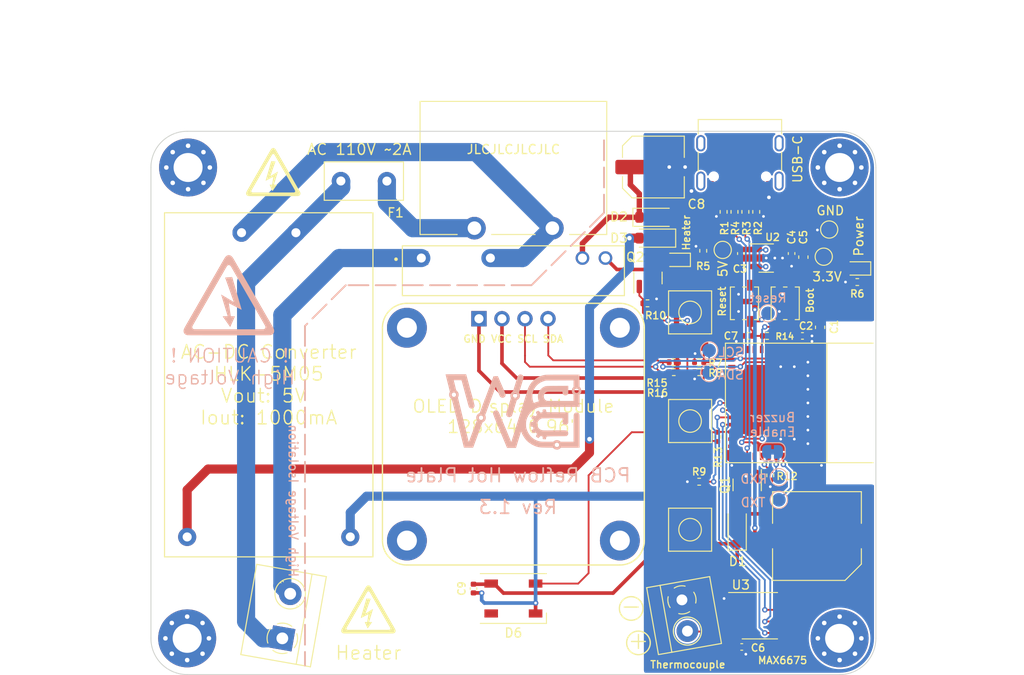
<source format=kicad_pcb>
(kicad_pcb (version 20221018) (generator pcbnew)
  (title_block (title "PCB Reflow Hot Plate") (date "2023-06-03") (rev "1.3"))
  (layers (0 "F.Cu" signal) (31 "B.Cu" signal) (34 "B.Paste" user) (35 "F.Paste" user) (36 "B.SilkS" user "B.Silkscreen") (37 "F.SilkS" user "F.Silkscreen") (38 "B.Mask" user) (39 "F.Mask" user) (44 "Edge.Cuts" user))
  (net 0 "")
  (net 1 "GND")
  (net 2 "+3V3")
  (net 3 "Net-(BZ1-+)")
  (net 4 "+5V")
  (net 5 "VBUS")
  (net 6 "Net-(D3-A)")
  (net 7 "Net-(D4-K)")
  (net 8 "SCL")
  (net 9 "SDA")
  (net 10 "Net-(D5-K)")
  (net 11 "Net-(J1-D+-PadA6)")
  (net 12 "Net-(J1-D--PadA7)")
  (net 14 "/CC1")
  (net 17 "/CC2")
  (net 18 "AC_N")
  (net 19 "BUZZER")
  (net 20 "SSR")
  (net 21 "D+")
  (net 22 "D-")
  (net 24 "CLK")
  (net 25 "CS_MAX1")
  (net 26 "MISO")
  (net 28 "AC_L")
  (net 29 "Net-(J5-Pin_2)")
  (net 30 "Net-(J4-Pin_2)")
  (net 45 "BTN_1")
  (net 46 "BTN_2")
  (net 47 "BTN_3")
  (net 48 "Net-(U5-GPIO9)")
  (net 49 "/RST")
  (net 50 "/RXD")
  (net 51 "/TXD")
  (net 52 "Net-(K1--)")
  (net 53 "Net-(J2-Pin_2)")
  (net 54 "LED")
  (footprint "Capacitor_SMD:C_0402_1005Metric" (layer "F.Cu") (at 132.6 100.5 -90)
    (fp_text reference "C9")
    (fp_text value "100n")
  )
  (footprint "MountingHole:MountingHole_2.2mm_M2_Pad" (layer "F.Cu") (at 125.25 95.2)
    (fp_text reference "H6" hide)
    (fp_text value "MountingHole" hide)
  )
  (footprint "Fuse:Fuse_Littelfuse_395Series" (layer "F.Cu") (at 123.04 55.5 180)
    (fp_text reference "F1")
    (fp_text value "Fuse")
  )
  (footprint "Capacitor_SMD:C_0603_1608Metric" (layer "F.Cu") (at 170.85 71.65 -90)
    (fp_text reference "C1")
    (fp_text value "10u")
  )
  (footprint "Resistor_SMD:R_0402_1005Metric" (layer "F.Cu") (at 157.5 76.6)
    (fp_text reference "R8")
    (fp_text value "10k")
  )
  (footprint "pcb-reflow-hot-plate:CONV_HLK-5M05" (layer "F.Cu") (at 110 78 -90)
    (fp_text reference "PS1" hide)
    (fp_text value "HLK-5M05")
  )
  (footprint "pcb-reflow-hot-plate:TL3305AF260QG" (layer "F.Cu") (at 156.5 82 -90)
    (fp_text reference "SW3")
    (fp_text value "~" hide)
  )
  (footprint "Capacitor_SMD:C_0402_1005Metric" (layer "F.Cu") (at 162.9 72.6 180)
    (fp_text reference "C7")
    (fp_text value "1u")
  )
  (footprint "Resistor_SMD:R_0402_1005Metric" (layer "F.Cu") (at 163.8 58.9 -90)
    (fp_text reference "R2")
    (fp_text value "5k1")
  )
  (footprint "Espressif:ESP32-C3-MINI-1" (layer "F.Cu") (at 168.7 80 -90)
    (fp_text reference "U5" hide)
    (fp_text value "ESP32-C3-MINI-1")
  )
  (footprint "pcb-reflow-hot-plate:CMI-9653S-SMT-TR" (layer "F.Cu") (at 170.5 94.7 90)
    (fp_text reference "BZ1" hide)
    (fp_text value "Buzzer")
  )
  (footprint "Resistor_SMD:R_0402_1005Metric" (layer "F.Cu") (at 174.95 66.65 180)
    (fp_text reference "R6")
    (fp_text value "1k")
  )
  (footprint "pcb-reflow-hot-plate:TL3305AF260QG" (layer "F.Cu") (at 156.5 94 -90)
    (fp_text reference "SW4")
    (fp_text value "~" hide)
  )
  (footprint "Resistor_SMD:R_0402_1005Metric" (layer "F.Cu") (at 157.5 75.5)
    (fp_text reference "R7")
    (fp_text value "10k")
  )
  (footprint "Capacitor_SMD:C_0603_1608Metric" (layer "F.Cu") (at 169 63.9 -90)
    (fp_text reference "C5")
    (fp_text value "10u")
  )
  (footprint "MountingHole:MountingHole_3.2mm_M3_Pad_Via" (layer "F.Cu") (at 101 106)
    (fp_text reference "H3" hide)
    (fp_text value "MountingHole" hide)
  )
  (footprint "TestPoint:TestPoint_Pad_D1.5mm" (layer "F.Cu") (at 171.85 60.85)
    (fp_text reference "TP3" hide)
    (fp_text value "GND")
  )
  (footprint "Diode_SMD:D_SOD-123" (layer "F.Cu") (at 161.7 93.9 90)
    (fp_text reference "D1")
    (fp_text value "1N4148")
  )
  (footprint "pcb-reflow-hot-plate:RELAY_G3MB202PDC12" (layer "F.Cu") (at 137 65.4)
    (fp_text reference "K1" hide)
    (fp_text value "G3MB202PDC12")
  )
  (footprint "pcb-reflow-hot-plate:GT-TC034F-H018-L1" (layer "F.Cu") (at 162.5 69 90)
    (fp_text reference "SW5" hide)
    (fp_text value "Reset")
  )
  (footprint "Capacitor_SMD:C_0402_1005Metric" (layer "F.Cu") (at 162.1 63.5 -90)
    (fp_text reference "C3")
    (fp_text value "1u")
  )
  (footprint "MountingHole:MountingHole_3.2mm_M3_Pad_Via" (layer "F.Cu") (at 173 54)
    (fp_text reference "H1" hide)
    (fp_text value "MountingHole" hide)
  )
  (footprint "LED_SMD:LED_0603_1608Metric" (layer "F.Cu") (at 174.95 65.15 180)
    (fp_text reference "D4" hide)
    (fp_text value "LED")
  )
  (footprint "pcb-reflow-hot-plate:GT-TC034F-H018-L1" (layer "F.Cu") (at 167 69 -90)
    (fp_text reference "SW1" hide)
    (fp_text value "Boot")
  )
  (footprint "LED_SMD:LED_WS2812B_PLCC4_5.0x5.0mm_P3.2mm" (layer "F.Cu") (at 137 101.6)
    (fp_text reference "D6")
    (fp_text value "WS2812B")
  )
  (footprint "TestPoint:TestPoint_Pad_D1.5mm" (layer "F.Cu") (at 171.25 63.85)
    (fp_text reference "TP2" hide)
    (fp_text value "3.3V")
  )
  (footprint "Capacitor_SMD:C_0402_1005Metric" (layer "F.Cu") (at 162.2 106.95)
    (fp_text reference "C6")
    (fp_text value "100n")
  )
  (footprint "MountingHole:MountingHole_2.2mm_M2_Pad" (layer "F.Cu") (at 148.75 71.7)
    (fp_text reference "H5" hide)
    (fp_text value "MountingHole" hide)
  )
  (footprint "Resistor_SMD:R_0402_1005Metric" (layer "F.Cu") (at 160.2 58.9 -90)
    (fp_text reference "R1")
    (fp_text value "5k1")
  )
  (footprint "Package_TO_SOT_SMD:SOT-23" (layer "F.Cu") (at 151.85 66.2 90)
    (fp_text reference "Q2")
    (fp_text value "BSS138")
  )
  (footprint "TerminalBlock_RND:TerminalBlock_RND_205-00001_1x02_P5.00mm_Horizontal" (layer "F.Cu") (at 111.5 106 80)
    (fp_text reference "J4" hide)
    (fp_text value "Heater")
  )
  (footprint "pcb-reflow-hot-plate:TL3305AF260QG" (layer "F.Cu") (at 156.5 70 -90)
    (fp_text reference "SW2")
    (fp_text value "~" hide)
  )
  (footprint "Resistor_SMD:R_0402_1005Metric" (layer "F.Cu") (at 157.5 88.7)
    (fp_text reference "R9")
    (fp_text value "10k")
  )
  (footprint "Resistor_SMD:R_0402_1005Metric" (layer "F.Cu") (at 154.7 76.6 180)
    (fp_text reference "R16")
    (fp_text value "10k")
  )
  (footprint "Package_TO_SOT_SMD:SOT-23-5" (layer "F.Cu") (at 164.9 64)
    (fp_text reference "U2")
    (fp_text value "ME6211C33M5G-N")
  )
  (footprint "Capacitor_SMD:C_0402_1005Metric" (layer "F.Cu") (at 167.7 63.5 -90)
    (fp_text reference "C4")
    (fp_text value "1u")
  )
  (footprint "LOGO" (layer "F.Cu") (at 121 102.8)
    (fp_text reference "G***" hide)
    (fp_text value "LOGO" hide)
  )
  (footprint "MountingHole:MountingHole_3.2mm_M3_Pad_Via" (layer "F.Cu") (at 101.1 54)
    (fp_text reference "H2" hide)
    (fp_text value "MountingHole" hide)
  )
  (footprint "Package_SO:SOIC-8_3.9x4.9mm_P1.27mm" (layer "F.Cu") (at 164.2 103.5)
    (fp_text reference "U3")
    (fp_text value "MAX6675")
  )
  (footprint "Connector_PinHeader_2.54mm:PinHeader_1x04_P2.54mm_Vertical" (layer "F.Cu") (at 133.2 70.7 90)
    (fp_text reference "J3" hide)
    (fp_text value "OLED Display")
  )
  (footprint "Resistor_SMD:R_0402_1005Metric" (layer "F.Cu") (at 161.4 58.9 -90)
    (fp_text reference "R4")
    (fp_text value "10R")
  )
  (footprint "Resistor_SMD:R_0402_1005Metric" (layer "F.Cu") (at 165 72.6 180)
    (fp_text reference "R14")
    (fp_text value "10k")
  )
  (footprint "Diode_SMD:D_SOD-123" (layer "F.Cu") (at 152.55 61.8 180)
    (fp_text reference "D3")
    (fp_text value "MBR0540")
  )
  (footprint "MountingHole:MountingHole_2.2mm_M2_Pad" (layer "F.Cu") (at 125.25 71.7)
    (fp_text reference "H8" hide)
    (fp_text value "MountingHole" hide)
  )
  (footprint "pcb-reflow-hot-plate:Conn_USB-C_Receptacle_16Pin_Horizontal" (layer "F.Cu") (at 162 52.5 180)
    (fp_text reference "J1" hide)
    (fp_text value "USB-C")
  )
  (footprint "Resistor_SMD:R_0402_1005Metric" (layer "F.Cu") (at 154.7 75.5 180)
    (fp_text reference "R15")
    (fp_text value "10k")
  )
  (footprint "Capacitor_SMD:C_0402_1005Metric" (layer "F.Cu") (at 168.9 72.6)
    (fp_text reference "C2")
    (fp_text value "100n")
  )
  (footprint "Resistor_SMD:R_0402_1005Metric" (layer "F.Cu") (at 157.95 63.2 -90)
    (fp_text reference "R5")
    (fp_text value "1k")
  )
  (footprint "MountingHole:MountingHole_3.2mm_M3_Pad_Via" (layer "F.Cu") (at 173 106)
    (fp_text reference "H4" hide)
    (fp_text value "MountingHole" hide)
  )
  (footprint "Resistor_SMD:R_0402_1005Metric" (layer "F.Cu") (at 162.6 58.9 -90)
    (fp_text reference "R3")
    (fp_text value "10R")
  )
  (footprint "MountingHole:MountingHole_2.2mm_M2_Pad" (layer "F.Cu") (at 148.75 95.2)
    (fp_text reference "H7" hide)
    (fp_text value "MountingHole" hide)
  )
  (footprint "Resistor_SMD:R_0402_1005Metric" (layer "F.Cu") (at 151.8 69 180)
    (fp_text reference "R10")
    (fp_text value "10k")
  )
  (footprint "pcb-reflow-hot-plate:Conn_IEC-C1_AC_Receptacle_2-Pin" (layer "F.Cu") (at 137 56.5 180)
    (fp_text reference "J2" hide)
    (fp_text value "AC In")
  )
  (footprint "Diode_SMD:D_SOD-123" (layer "F.Cu") (at 152.55 59.5)
    (fp_text reference "D2")
    (fp_text value "MBR0540")
  )
  (footprint "LED_SMD:LED_0603_1608Metric" (layer "F.Cu") (at 155.05 64.2 180)
    (fp_text reference "D5" hide)
    (fp_text value "Relay LED")
  )
  (footprint "Resistor_SMD:R_0402_1005Metric" (layer "F.Cu") (at 159.5 83.75 90)
    (fp_text reference "R13")
    (fp_text value "10k")
  )
  (footprint "LOGO" (layer "F.Cu") (at 110.5 54.5)
    (fp_text reference "G***" hide)
    (fp_text value "LOGO" hide)
  )
  (footprint "Capacitor_SMD:C_Elec_6.3x5.8" (layer "F.Cu") (at 152.45 53.95)
    (fp_text reference "C8")
    (fp_text value "220u")
  )
  (footprint "Package_TO_SOT_SMD:SOT-23" (layer "F.Cu") (at 162.8 89.05 -90)
    (fp_text reference "Q1")
    (fp_text value "BSS138")
  )
  (footprint "Resistor_SMD:R_0402_1005Metric" (layer "F.Cu") (at 165.35 88 90)
    (fp_text reference "R12")
    (fp_text value "10k")
  )
  (footprint "TestPoint:TestPoint_Pad_D1.5mm" (layer "F.Cu") (at 160.1 63.1)
    (fp_text reference "TP1" hide)
    (fp_text value "5V")
  )
  (footprint "TerminalBlock_4Ucon:TerminalBlock_4Ucon_1x02_P3.50mm_Horizontal" (layer "F.Cu") (at 155.6 101.75 -80)
    (fp_text reference "J5" hide)
    (fp_text value "Thermocouple")
  )
  (footprint "Jumper:SolderJumper-2_P1.3mm_Bridged_RoundedPad1.0x1.5mm" (layer "B.Cu") (at 165.6 85.4 180)
    (fp_text reference "JP1" hide)
    (fp_text value "Buzzer Enable")
  )
  (footprint "LOGO" (layer "B.Cu") (at 105.6 68.1 180)
    (fp_text reference "G***" hide)
    (fp_text value "LOGO" hide)
  )
  (footprint "TestPoint:TestPoint_Pad_D1.5mm" (layer "B.Cu") (at 166.3 90.7 180)
    (fp_text reference "TP4" hide)
    (fp_text value "TXD")
  )
  (footprint "TestPoint:TestPoint_Pad_D1.5mm" (layer "B.Cu") (at 166.3 88.2 180)
    (fp_text reference "TP5" hide)
    (fp_text value "RXD")
  )
  (footprint "LOGO" (layer "B.Cu") (at 137 81 180)
    (fp_text reference "G***" hide)
    (fp_text value "LOGO" hide)
  )
  (footprint "TestPoint:TestPoint_Pad_D1.5mm" (layer "B.Cu") (at 158.6 76.7 180)
    (fp_text reference "TP6" hide)
    (fp_text value "SDA")
  )
  (footprint "TestPoint:TestPoint_Pad_D1.5mm" (layer "B.Cu") (at 165.1 70.1 180)
    (fp_text reference "TP8" hide)
    (fp_text value "RST")
  )
  (footprint "TestPoint:TestPoint_Pad_D1.5mm" (layer "B.Cu") (at 158.6 74.2 180)
    (fp_text reference "TP7" hide)
    (fp_text value "SCL")
  )
  (gr_line (start 139 67) (end 118.5 67) (stroke (width 0.2) (type dash)) (layer "B.SilkS"))
  (gr_line (start 147 59) (end 139 67) (stroke (width 0.2) (type dash)) (layer "B.SilkS"))
  (gr_line (start 114 71.5) (end 114 109) (stroke (width 0.2) (type dash)) (layer "B.SilkS"))
  (gr_line (start 118.5 67) (end 114 71.5) (stroke (width 0.2) (type dash)) (layer "B.SilkS"))
  (gr_line (start 147 51) (end 147 59) (stroke (width 0.2) (type dash)) (layer "B.SilkS"))
  (gr_line (start 122.55 95.2) (end 122.55 71.7) (stroke (width 0.15)) (layer "F.SilkS"))
  (gr_line (start 148.75 97.9) (end 125.25 97.9) (stroke (width 0.15)) (layer "F.SilkS"))
  (gr_arc (start 148.75 69) (mid 150.659188 69.790812) (end 151.45 71.7) (stroke (width 0.15)) (layer "F.SilkS"))
  (gr_line (start 151.45 71.7) (end 151.45 95.2) (stroke (width 0.15)) (layer "F.SilkS"))
  (gr_circle (center 150 102.7) (end 151.3 102.8) (stroke (width 0.15)) (fill none) (layer "F.SilkS"))
  (gr_arc (start 122.55 71.7) (mid 123.340812 69.790812) (end 125.25 69) (stroke (width 0.15)) (layer "F.SilkS"))
  (gr_circle (center 150.8 106.5) (end 152.1 106.6) (stroke (width 0.15)) (fill none) (layer "F.SilkS"))
  (gr_line (start 125.25 69) (end 148.75 69) (stroke (width 0.15)) (layer "F.SilkS"))
  (gr_arc (start 151.45 95.2) (mid 150.659188 97.109188) (end 148.75 97.9) (stroke (width 0.15)) (layer "F.SilkS"))
  (gr_arc (start 125.25 97.9) (mid 123.340812 97.109188) (end 122.55 95.2) (stroke (width 0.15)) (layer "F.SilkS"))
  (gr_arc (start 173 50) (mid 175.828427 51.171573) (end 177 54) (stroke (width 0.1)) (layer "Edge.Cuts"))
  (gr_line (start 177 106) (end 177 54) (stroke (width 0.1)) (layer "Edge.Cuts"))
  (gr_arc (start 101 110) (mid 98.171573 108.828427) (end 97 106) (stroke (width 0.1)) (layer "Edge.Cuts"))
  (gr_arc (start 177 106) (mid 175.828427 108.828427) (end 173 110) (stroke (width 0.1)) (layer "Edge.Cuts"))
  (gr_line (start 97 54) (end 97 106) (stroke (width 0.1)) (layer "Edge.Cuts"))
  (gr_arc (start 97 54) (mid 98.171573 51.171573) (end 101 50) (stroke (width 0.1)) (layer "Edge.Cuts"))
  (gr_line (start 101 110) (end 173 110) (stroke (width 0.1)) (layer "Edge.Cuts"))
  (gr_line (start 173 50) (end 101 50) (stroke (width 0.1)) (layer "Edge.Cuts"))
  (gr_text "Buzzer\nEnable" (at 165.6 83.8) (layer "B.SilkS") (effects (font (size 1 1)) (justify bottom mirror)))
  (gr_text "SDA" (at 162.5 76.9) (layer "B.SilkS") (effects (font (size 1 1)) (justify left mirror)))
  (gr_text "High Voltage Isolation" (at 112.7 90.8 -90) (layer "B.SilkS") (effects (font (size 1 1)) (justify mirror)))
  (gr_text "Rev 1.3" (at 137.5 91.5) (layer "B.SilkS") (effects (font (size 1.5 1.5) (thickness 0.2)) (justify mirror)))
  (gr_text "Reset" (at 165.1 68.4) (layer "B.SilkS") (effects (font (size 1 1)) (justify mirror)))
  (gr_text "TXD" (at 164.9 91) (layer "B.SilkS") (effects (font (size 1 1)) (justify left mirror)))
  (gr_text "PCB Reflow Hot Plate" (at 137.5 88) (layer "B.SilkS") (effects (font (size 1.5 1.5) (thickness 0.2)) (justify mirror)))
  (gr_text "SCL" (at 162.5 74.4) (layer "B.SilkS") (effects (font (size 1 1)) (justify left mirror)))
  (gr_text "RXD" (at 165.1 88.4) (layer "B.SilkS") (effects (font (size 1 1)) (justify left mirror)))
  (gr_text "! CAUTION !\nHigh Voltage" (at 105.7 76) (layer "B.SilkS") (effects (font (size 1.5 1.5)) (justify mirror)))
  (gr_text "GND VCC SCL SDA" (at 137 73.4) (layer "F.SilkS") (effects (font (size 0.8 0.8)) (justify bottom)))
  (gr_text "MAX6675" (at 163.9 108.9) (layer "F.SilkS") (effects (font (size 0.8 0.8)) (justify left bottom)))
  (gr_text "OLED Display Module\n128x64 0.96{dblquote}" (at 137 81.5) (layer "F.SilkS") (effects (font (size 1.4 1.4))))
  (gr_text "AC 110V ~2A" (at 120 52) (layer "F.SilkS") (effects (font (size 1.2 1.2))))
  (gr_text "USB-C" (at 168.95 55.8 90) (layer "F.SilkS") (effects (font (size 1 1)) (justify left bottom)))
  (gr_text "5V" (at 160.7 66.2 90) (layer "F.SilkS") (effects (font (size 1 1)) (justify left bottom)))
  (gr_text "JLCJLCJLCJLC" (at 137 52) (layer "F.SilkS") (effects (font (size 1 1))))
  (gr_text "3.3V" (at 169.9 66.65) (layer "F.SilkS") (effects (font (size 1 1)) (justify left bottom)))
  (gr_text "Power" (at 175.7 63.9 90) (layer "F.SilkS") (effects (font (size 1 1)) (justify left bottom)))
  (gr_text "+" (at 150.8 106.5 180) (layer "F.SilkS") (effects (font (size 2 2))))
  (gr_text "Thermocouple" (at 156.25 108.9) (layer "F.SilkS") (effects (font (size 0.8 0.8))))
  (gr_text "Heater" (at 121 107.6) (layer "F.SilkS") (effects (font (size 1.5 1.5))))
  (gr_text "GND" (at 170.35 59.35) (layer "F.SilkS") (effects (font (size 1 1)) (justify left bottom)))
  (gr_text "Reset" (at 160.5 68.8 90) (layer "F.SilkS") (effects (font (size 0.8 0.8)) (justify bottom)))
  (gr_text "Boot" (at 170.2 68.7 90) (layer "F.SilkS") (effects (font (size 0.8 0.8)) (justify bottom)))
  (gr_text "-" (at 150 102.7 180) (layer "F.SilkS") (effects (font (size 2 2))))
  (gr_text "AC-DC Converter\nHLK-5M05\nVout: 5V \nIout: 1000mA" (at 110 78) (layer "F.SilkS") (effects (font (size 1.5 1.5))))
  (gr_text "Heater" (at 156.55 61.2 90) (layer "F.SilkS") (effects (font (size 0.8 0.8)) (justify bottom)))
  (segment (start 162 73.6) (end 162 74.1) (width 0.4) (layer "F.Cu") (net 1))
  (segment (start 166.35 67) (end 166.35 67.65) (width 0.2) (layer "F.Cu") (net 1))
  (segment (start 132.6 100.98) (end 133.48 100.98) (width 0.4) (layer "F.Cu") (net 1))
  (segment (start 139.45 103.25) (end 139.45 102.1) (width 0.4) (layer "F.Cu") (net 1))
  (segment (start 165.35 88.51) (end 165.35 89.25) (width 0.2) (layer "F.Cu") (net 1))
  (segment (start 161.05 85.95) (end 161.1 86) (width 0.4) (layer "F.Cu") (net 1))
  (segment (start 174.44 66.65) (end 173.65 66.65) (width 0.2) (layer "F.Cu") (net 1))
  (segment (start 171.8 60.9) (end 170.55 60.9) (width 0.4) (layer "F.Cu") (net 1))
  (segment (start 157.16 62.69) (end 157.15 62.7) (width 0.2) (layer "F.Cu") (net 1))
  (segment (start 157.2 57.15) (end 156.65 56.6) (width 0.6) (layer "F.Cu") (net 1))
  (segment (start 166.35 67.65) (end 166.7 68) (width 0.2) (layer "F.Cu") (net 1))
  (segment (start 152.9 78.8) (end 135.55 78.8) (width 0.4) (layer "F.Cu") (net 1))
  (segment (start 153.4 79.3) (end 152.9 78.8) (width 0.4) (layer "F.Cu") (net 1))
  (segment (start 156.99 76.6) (end 156.99 77.34) (width 0.2) (layer "F.Cu") (net 1))
  (segment (start 161.85 88.1125) (end 162.6375 88.1125) (width 0.4) (layer "F.Cu") (net 1))
  (segment (start 135.55 78.8) (end 133.2 76.45) (width 0.4) (layer "F.Cu") (net 1))
  (segment (start 162.68 107.72) (end 162.65 107.75) (width 0.4) (layer "F.Cu") (net 1))
  (segment (start 161.1 86) (end 161.1 86.9) (width 0.4) (layer "F.Cu") (net 1))
  (segment (start 159.41 59.41) (end 159.4 59.4) (width 0.2) (layer "F.Cu") (net 1))
  (segment (start 157.95 62.69) (end 157.16 62.69) (width 0.2) (layer "F.Cu") (net 1))
  (segment (start 156.99 77.34) (end 157 77.35) (width 0.2) (layer "F.Cu") (net 1))
  (segment (start 170.95 85.95) (end 170.95 86.85) (width 0.4) (layer "F.Cu") (net 1))
  (segment (start 158.3 57.15) (end 157.2 57.15) (width 0.6) (layer "F.Cu") (net 1))
  (segment (start 161.85 71) (end 161.85 69.9) (width 0.2) (layer "F.Cu") (net 1))
  (segment (start 171.85 60.85) (end 171.8 60.9) (width 0.4) (layer "F.Cu") (net 1))
  (segment (start 156.99 74.61) (end 156.99 75.5) (width 0.2) (layer "F.Cu") (net 1))
  (segment (start 160.2 59.41) (end 159.41 59.41) (width 0.2) (layer "F.Cu") (net 1))
  (segment (start 161.6 73.2) (end 162 73.6) (width 0.4) (layer "F.Cu") (net 1))
  (segment (start 166.35 69.9) (end 166.35 71) (width 0.2) (layer "F.Cu") (net 1))
  (segment (start 158.3 101.75) (end 159.4 102.85) (width 0.2) (layer "F.Cu") (net 1))
  (segment (start 161.725 101.595) (end 160.255 101.595) (width 0.4) (layer "F.Cu") (net 1))
  (segment (start 161.1 76.8) (end 160.05 76.8) (width 0.4) (layer "F.Cu") (net 1))
  (segment (start 165.2 56.1) (end 165.2 57.3) (width 0.6) (layer "F.Cu") (net 1))
  (segment (start 162.6375 88.1125) (end 162.65 88.1) (width 0.4) (layer "F.Cu") (net 1))
  (segment (start 158.8 56.1) (end 158.8 56.65) (width 0.6) (layer "F.Cu") (net 1))
  (segment (start 161.85 67) (end 161.85 68) (width 0.2) (layer "F.Cu") (net 1))
  (segment (start 162.68 106.95) (end 162.68 107.72) (width 0.4) (layer "F.Cu") (net 1))
  (segment (start 152.8 67.1375) (end 152.8 68.51) (width 0.4) (layer "F.Cu") (net 1))
  (segment (start 133.48 100.98) (end 133.5 101) (width 0.4) (layer "F.Cu") (net 1))
  (segment (start 161.71 102.85) (end 161.725 102.865) (width 0.2) (layer "F.Cu") (net 1))
  (segment (start 158.8 56.65) (end 158.3 57.15) (width 0.6) (layer "F.Cu") (net 1))
  (segment (start 133.2 76.45) (end 133.2 71.5) (width 0.4) (layer "F.Cu") (net 1))
  (segment (start 159.4 102.85) (end 161.71 102.85) (width 0.2) (layer "F.Cu") (net 1))
  (segment (start 152.8 68.51) (end 152.31 69) (width 0.4) (layer "F.Cu") (net 1))
  (segment (start 160.255 101.595) (end 160.25 101.6) (width 0.4) (layer "F.Cu") (net 1))
  (segment (start 158.3 101.75) (end 155.6 101.75) (width 0.2) (layer "F.Cu") (net 1))
  (segment (start 161.8 72.6) (end 161.6 72.8) (width 0.2) (layer "F.Cu") (net 1))
  (segment (start 163.8 59.41) (end 164.59 59.41) (width 0.2) (layer "F.Cu") (net 1))
  (segment (start 156.99 88.7) (end 156.2 88.7) (width 0.2) (layer "F.Cu") (net 1))
  (segment (start 162.42 72.6) (end 161.8 72.6) (width 0.2) (layer "F.Cu") (net 1))
  (segment (start 170.95 86.85) (end 171 86.9) (width 0.4) (layer "F.Cu") (net 1))
  (segment (start 164.59 59.41) (end 164.6 59.4) (width 0.2) (layer "F.Cu") (net 1))
  (segment (start 161.6 72.8) (end 161.6 73.2) (width 0.2) (layer "F.Cu") (net 1))
  (segment (start 157.05 74.55) (end 156.99 74.61) (width 0.2) (layer "F.Cu") (net 1))
  (via (at 162.65 107.75) (size 0.6) (drill 0.3) (layers "F.Cu" "B.Cu") (net 1))
  (via (at 166.35 69.9) (size 0.6) (drill 0.3) (layers "F.Cu" "B.Cu") (net 1))
  (via (at 169.5 83) (size 0.6) (drill 0.3) (layers "F.Cu" "B.Cu") (net 1))
  (via (at 169.5 80) (size 0.6) (drill 0.3) (layers "F.Cu" "B.Cu") (net 1))
  (via (at 159.4 59.4) (size 0.6) (drill 0.3) (layers "F.Cu" "B.Cu") (net 1))
  (via (at 161.85 68) (size 0.6) (drill 0.3) (layers "F.Cu" "B.Cu") (net 1))
  (via (at 133.5 101) (size 0.6) (drill 0.3) (layers "F.Cu" "B.Cu") (net 1))
  (via (at 165.2 57.3) (size 0.8) (drill 0.4) (layers "F.Cu" "B.Cu") (net 1))
  (via (at 157.05 74.55) (size 0.6) (drill 0.3) (layers "F.Cu" "B.Cu") (net 1))
  (via (at 168 84) (size 0.6) (drill 0.3) (layers "F.Cu" "B.Cu") (net 1))
  (via (at 155.95 53.95) (size 0.8) (drill 0.4) (layers "F.Cu" "B.Cu") (net 1))
  (via (at 153.4 79.3) (size 0.6) (drill 0.3) (layers "F.Cu" "B.Cu") (net 1))
  (via (at 157 77.35) (size 0.6) (drill 0.3) (layers "F.Cu" "B.Cu") (net 1))
  (via (at 168 76) (size 0.6) (drill 0.3) (layers "F.Cu" "B.Cu") (net 1))
  (via (at 161.1 86.9) (size 0.6) (drill 0.3) (layers "F.Cu" "B.Cu") (net 1))
  (via (at 173.65 66.65) (size 0.6) (drill 0.3) (layers "F.Cu" "B.Cu") (net 1))
  (via (at 169.5 78.5) (size 0.6) (drill 0.3) (layers "F.Cu" "B.Cu") (net 1))
  (via (at 169.5 84.5) (size 0.6) (drill 0.3) (layers "F.Cu" "B.Cu") (net 1))
  (via (at 166.7 64) (size 0.6) (drill 0.3) (layers "F.Cu" "B.Cu") (net 1))
  (via (at 154.2 53.95) (size 0.8) (drill 0.4) (layers "F.Cu" "B.Cu") (net 1))
  (via (at 160.05 76.8) (size 0.6) (drill 0.3) (layers "F.Cu" "B.Cu") (net 1))
  (via (at 166.5 76) (size 0.6) (drill 0.3) (layers "F.Cu" "B.Cu") (net 1))
  (via (at 156.65 56.6) (size 0.8) (drill 0.4) (layers "F.Cu" "B.Cu") (net 1))
  (via (at 152.8 68.51) (size 0.6) (drill 0.3) (layers "F.Cu" "B.Cu") (net 1))
  (via (at 160.25 101.6) (size 0.6) (drill 0.3) (layers "F.Cu" "B.Cu") (net 1))
  (via (at 169.5 81.5) (size 0.6) (drill 0.3) (layers "F.Cu" "B.Cu") (net 1))
  (via (at 165.85 64) (size 0.6) (drill 0.3) (layers "F.Cu" "B.Cu") (net 1))
  (via (at 161.85 69.9) (size 0.6) (drill 0.3) (layers "F.Cu" "B.Cu") (net 1))
  (via (at 167.7 64.9) (size 0.6) (drill 0.3) (layers "F.Cu" "B.Cu") (net 1))
  (via (at 169.95 72.6) (size 0.6) (drill 0.3) (layers "F.Cu" "B.Cu") (net 1))
  (via (at 162.65 88.1) (size 0.6) (drill 0.3) (layers "F.Cu" "B.Cu") (net 1))
  (via (at 170.55 60.9) (size 0.6) (drill 0.3) (layers "F.Cu" "B.Cu") (net 1))
  (via (at 164.6 59.4) (size 0.6) (drill 0.3) (layers "F.Cu" "B.Cu") (net 1))
  (via (at 169.5 75.5) (size 0.6) (drill 0.3) (layers "F.Cu" "B.Cu") (net 1))
  (via (at 166.5 84) (size 0.6) (drill 0.3) (layers "F.Cu" "B.Cu") (net 1))
  (via (at 157.15 62.7) (size 0.6) (drill 0.3) (layers "F.Cu" "B.Cu") (net 1))
  (via (at 156.2 88.7) (size 0.6) (drill 0.3) (layers "F.Cu" "B.Cu") (net 1))
  (via (at 161.6 73.2) (size 0.6) (drill 0.3) (layers "F.Cu" "B.Cu") (net 1))
  (via (at 169.5 77) (size 0.6) (drill 0.3) (layers "F.Cu" "B.Cu") (net 1))
  (via (at 165.35 89.25) (size 0.6) (drill 0.3) (layers "F.Cu" "B.Cu") (net 1))
  (via (at 169.95 73.2) (size 0.6) (drill 0.3) (layers "F.Cu" "B.Cu") (net 1))
  (via (at 164.9 64) (size 0.6) (drill 0.3) (layers "F.Cu" "B.Cu") (net 1))
  (via (at 171 86.9) (size 0.6) (drill 0.3) (layers "F.Cu" "B.Cu") (net 1))
  (via (at 139.45 102.1) (size 0.6) (drill 0.3) (layers "F.Cu" "B.Cu") (net 1))
  (via (at 166.7 68) (size 0.6) (drill 0.3) (layers "F.Cu" "B.Cu") (net 1))
  (segment (start 120.8 90.3) (end 133.5 90.3) (width 1) (layer "B.Cu") (net 1))
  (segment (start 133.5 90.3) (end 139.5 90.3) (width 1) (layer "B.Cu") (net 1))
  (segment (start 133.5 101.8) (end 133.8 102.1) (width 0.4) (layer "B.Cu") (net 1))
  (segment (start 133.8 102.1) (end 139.45 102.1) (width 0.4) (layer "B.Cu") (net 1))
  (segment (start 133.5 101) (end 133.5 101.8) (width 0.4) (layer "B.Cu") (net 1))
  (segment (start 139.45 90.35) (end 139.5 90.3) (width 0.4) (layer "B.Cu") (net 1))
  (segment (start 139.5 90.3) (end 153 90.3) (width 1) (layer "B.Cu") (net 1))
  (segment (start 119 94.8) (end 119 92.1) (width 1) (layer "B.Cu") (net 1))
  (segment (start 139.45 102.1) (end 139.45 90.35) (width 0.4) (layer "B.Cu") (net 1))
  (segment (start 119 92.1) (end 120.8 90.3) (width 1) (layer "B.Cu") (net 1))
  (segment (start 163.4 104.95) (end 162.95 105.4) (width 0.4) (layer "F.Cu") (net 2))
  (segment (start 163.4 100.55) (end 163.4 104.95) (width 0.4) (layer "F.Cu") (net 2))
  (segment (start 163.65 94.7) (end 162.55 94.7) (width 0.4) (layer "F.Cu") (net 2))
  (segment (start 169 63.125) (end 169.025 63.1) (width 0.6) (layer "F.Cu") (net 2))
  (segment (start 153.9 78.5) (end 152.65 77.25) (width 0.4) (layer "F.Cu") (net 2))
  (segment (start 155 95.55) (end 155 97.5) (width 0.4) (layer "F.Cu") (net 2))
  (segment (start 137.35 77.25) (end 135.74 75.64) (width 0.4) (layer "F.Cu") (net 2))
  (segment (start 165.51 72.6) (end 168.42 72.6) (width 0.2) (layer "F.Cu") (net 2))
  (segment (start 170.85 70.875) (end 170.85 64.1) (width 0.6) (layer "F.Cu") (net 2))
  (segment (start 170.7 68.8) (end 163.7 68.8) (width 0.6) (layer "F.Cu") (net 2))
  (segment (start 161.72 106.95) (end 161.72 105.41) (width 0.4) (layer "F.Cu") (net 2))
  (segment (start 170.85 70.875) (end 169.525 70.875) (width 0.6) (layer "F.Cu") (net 2))
  (segment (start 161.7 95.55) (end 161.7 98.85) (width 0.4) (layer "F.Cu") (net 2))
  (segment (start 161.73 105.4) (end 161.725 105.405) (width 0.4) (layer "F.Cu") (net 2))
  (segment (start 163.65 68.85) (end 163.7 68.8) (width 0.6) (layer "F.Cu") (net 2))
  (segment (start 132.6 100.02) (end 134.48 100.02) (width 0.4) (layer "F.Cu") (net 2))
  (segment (start 168.895 63.02) (end 169 63.125) (width 0.6) (layer "F.Cu") (net 2))
  (segment (start 155 69.8) (end 155 73.5) (width 0.6) (layer "F.Cu") (net 2))
  (segment (start 167.67 63.05) (end 167.7 63.02) (width 0.6) (layer "F.Cu") (net 2))
  (segment (start 166.5 94.7) (end 163.65 94.7) (width 0.4) (layer "F.Cu") (net 2))
  (segment (start 155 84.5) (end 155.3 84.2) (width 0.2) (layer "F.Cu") (net 2))
  (segment (start 155.3 84.2) (end 159.44 84.2) (width 0.2) (layer "F.Cu") (net 2))
  (segment (start 156 68.8) (end 155 69.8) (width 0.6) (layer "F.Cu") (net 2))
  (segment (start 168.4 74.1) (end 168.4 72.62) (width 0.4) (layer "F.Cu") (net 2))
  (segment (start 155 97.5) (end 151.5 97.5) (width 0.4) (layer "F.Cu") (net 2))
  (segment (start 155 85.5) (end 155 84.5) (width 0.2) (layer "F.Cu") (net 2))
  (segment (start 134.85 99.95) (end 134.55 99.95) (width 0.4) (layer "F.Cu") (net 2))
  (segment (start 155 75.49) (end 155.01 75.5) (width 0.6) (layer "F.Cu") (net 2))
  (segment (start 169.525 70.875) (end 168.42 71.98) (width 0.6) (layer "F.Cu") (net 2))
  (segment (start 155.01 75.5) (end 155.01 76.6) (width 0.6) (layer "F.Cu") (net 2))
  (segment (start 155.01 78.49) (end 155 78.5) (width 0.6) (layer "F.Cu") (net 2))
  (segment (start 170.7 70.825) (end 170.75 70.875) (width 0.6) (layer "F.Cu") (net 2))
  (segment (start 155.01 76.6) (end 155.01 78.49) (width 0.6) (layer "F.Cu") (net 2))
  (segment (start 135.9 101) (end 134.85 99.95) (width 0.4) (layer "F.Cu") (net 2))
  (segment (start 174.1625 65.15) (end 170.7 65.15) (width 0.2) (layer "F.Cu") (net 2))
  (segment (start 169.025 63.1) (end 169.85 63.1) (width 0.6) (layer "F.Cu") (net 2))
  (segment (start 162.95 105.4) (end 161.73 105.4) (width 0.4) (layer "F.Cu") (net 2))
  (segment (start 151.5 97.5) (end 148 101) (width 0.4) (layer "F.Cu") (net 2))
  (segment (start 148 101) (end 135.9 101) (width 0.4) (layer "F.Cu") (net 2))
  (segment (start 167.7 63.02) (end 168.895 63.02) (width 0.6) (layer "F.Cu") (net 2))
  (segment (start 152.65 77.25) (end 137.35 77.25) (width 0.4) (layer "F.Cu") (net 2))
  (segment (start 162.55 94.7) (end 161.7 95.55) (width 0.4) (layer "F.Cu") (net 2))
  (segment (start 155 90.5) (end 155 85.5) (width 0.2) (layer "F.Cu") (net 2))
  (segment (start 135.74 75.64) (end 135.74 71.5) (width 0.4) (layer "F.Cu") (net 2))
  (segment (start 161.7 98.85) (end 163.4 100.55) (width 0.4) (layer "F.Cu") (net 2))
  (segment (start 163.65 93.8) (end 163.65 94.7) (width 0.4) (layer "F.Cu") (net 2))
  (segment (start 166.0375 63.05) (end 167.67 63.05) (width 0.6) (layer "F.Cu") (net 2))
  (segment (start 155 73.5) (end 155 75.49) (width 0.6) (layer "F.Cu") (net 2))
  (segment (start 163.65 69.7) (end 163.65 68.85) (width 0.6) (layer "F.Cu") (net 2))
  (segment (start 168.425 72.595) (end 168.42 72.6) (width 0.4) (layer "F.Cu") (net 2))
  (segment (start 170.85 64.1) (end 169.85 63.1) (width 0.6) (layer "F.Cu") (net 2))
  (segment (start 155 95.55) (end 161.7 95.55) (width 0.4) (layer "F.Cu") (net 2))
  (segment (start 155 90.5) (end 155 95.55) (width 0.4) (layer "F.Cu") (net 2))
  (segment (start 159.44 84.2) (end 159.5 84.26) (width 0.2) (layer "F.Cu") (net 2))
  (segment (start 161.72 105.41) (end 161.725 105.405) (width 0.4) (layer "F.Cu") (net 2))
  (segment (start 163.7 68.8) (end 156 68.8) (width 0.6) (layer "F.Cu") (net 2))
  (segment (start 155 78.5) (end 153.9 78.5) (width 0.4) (layer "F.Cu") (net 2))
  (segment (start 168.42 71.98) (end 168.42 72.6) (width 0.6) (layer "F.Cu") (net 2))
  (via (at 163.65 93.8) (size 0.6) (drill 0.3) (layers "F.Cu" "B.Cu") (net 2))
  (via (at 163.65 69.7) (size 0.6) (drill 0.3) (layers "F.Cu" "B.Cu") (net 2))
  (segment (start 163.65 93.3) (end 163.65 93.8) (width 0.4) (layer "B.Cu") (net 2))
  (segment (start 163.65 69.7) (end 163.65 93.3) (width 0.4) (layer "B.Cu") (net 2))
  (segment (start 169.05 92.25) (end 171.5 94.7) (width 0.4) (layer "F.Cu") (net 3))
  (segment (start 161.7 92.25) (end 162.8 92.25) (width 0.4) (layer "F.Cu") (net 3))
  (segment (start 162.8 92.25) (end 169.05 92.25) (width 0.4) (layer "F.Cu") (net 3))
  (segment (start 171.5 94.7) (end 174.5 94.7) (width 0.4) (layer "F.Cu") (net 3))
  (segment (start 162.8 92.25) (end 162.8 89.9875) (width 0.4) (layer "F.Cu") (net 3))
  (segment (start 150.35 53.95) (end 150.85 54.45) (width 0.6) (layer "F.Cu") (net 4))
  (segment (start 151.85 59.5) (end 152.5 60.15) (width 0.6) (layer "F.Cu") (net 4))
  (segment (start 150.9 59.5) (end 151.85 59.5) (width 0.6) (layer "F.Cu") (net 4))
  (segment (start 162.07 63.05) (end 162.1 63.02) (width 0.6) (layer "F.Cu") (net 4))
  (segment (start 150.9 59.5) (end 147.5 59.5) (width 0.6) (layer "F.Cu") (net 4))
  (segment (start 163.8125 63.1) (end 163.7625 63.05) (width 0.2) (layer "F.Cu") (net 4))
  (segment (start 150.9 56.9) (end 150.9 59.5) (width 0.6) (layer "F.Cu") (net 4))
  (segment (start 160 63.05) (end 162.07 63.05) (width 0.6) (layer "F.Cu") (net 4))
  (segment (start 147.5 59.5) (end 144.62 62.38) (width 0.6) (layer "F.Cu") (net 4))
  (segment (start 152.5 60.15) (end 152.5 61.15) (width 0.6) (layer "F.Cu") (net 4))
  (segment (start 164.85 63.1) (end 163.8125 63.1) (width 0.2) (layer "F.Cu") (net 4))
  (segment (start 144.62 62.38) (end 144.62 64) (width 0.6) (layer "F.Cu") (net 4))
  (segment (start 163.7625 63.05) (end 162.13 63.05) (width 0.6) (layer "F.Cu") (net 4))
  (segment (start 149.9125 55.9125) (end 149.9125 53.95) (width 0.6) (layer "F.Cu") (net 4))
  (segment (start 162.13 63.05) (end 162.1 63.02) (width 0.6) (layer "F.Cu") (net 4))
  (segment (start 149.9125 55.9125) (end 150.9 56.9) (width 0.6) (layer "F.Cu") (net 4))
  (segment (start 152.5 61.15) (end 153.15 61.8) (width 0.6) (layer "F.Cu") (net 4))
  (segment (start 153.15 61.8) (end 158.75 61.8) (width 0.6) (layer "F.Cu") (net 4))
  (segment (start 158.75 61.8) (end 160 63.05) (width 0.6) (layer "F.Cu") (net 4))
  (segment (start 163.7625 64.95) (end 164.85 64.95) (width 0.2) (layer "F.Cu") (net 4))
  (via (at 164.85 64.95) (size 0.6) (drill 0.3) (layers "F.Cu" "B.Cu") (net 4))
  (via (at 164.85 63.1) (size 0.6) (drill 0.3) (layers "F.Cu" "B.Cu") (net 4))
  (segment (start 164.35 63.1) (end 164.15 63.3) (width 0.2) (layer "B.Cu") (net 4))
  (segment (start 164.15 63.3) (end 164.15 64.7) (width 0.2) (layer "B.Cu") (net 4))
  (segment (start 164.15 64.7) (end 164.4 64.95) (width 0.2) (layer "B.Cu") (net 4))
  (segment (start 164.85 63.1) (end 164.35 63.1) (width 0.2) (layer "B.Cu") (net 4))
  (segment (start 164.4 64.95) (end 164.85 64.95) (width 0.2) (layer "B.Cu") (net 4))
  (segment (start 159.8 55) (end 160.2 54.6) (width 0.2) (layer "F.Cu") (net 5))
  (segment (start 159.6 56.1) (end 159.6 57.6) (width 0.6) (layer "F.Cu") (net 5))
  (segment (start 159.6 57.6) (end 157.7 59.5) (width 0.6) (layer "F.Cu") (net 5))
  (segment (start 159.6 56.1) (end 159.8 55.9) (width 0.2) (layer "F.Cu") (net 5))
  (segment (start 164.2 55.9) (end 164.4 56.1) (width 0.2) (layer "F.Cu") (net 5))
  (segment (start 160.2 54.6) (end 163.8 54.6) (width 0.2) (layer "F.Cu") (net 5))
  (segment (start 164.2 55) (end 164.2 55.9) (width 0.2) (layer "F.Cu") (net 5))
  (segment (start 159.8 55.9) (end 159.8 55) (width 0.2) (layer "F.Cu") (net 5))
  (segment (start 163.8 54.6) (end 164.2 55) (width 0.2) (layer "F.Cu") (net 5))
  (segment (start 157.7 59.5) (end 154.2 59.5) (width 0.6) (layer "F.Cu") (net 5))
  (segment (start 101 89.6) (end 101 94.8) (width 1) (layer "F.Cu") (net 6))
  (segment (start 149.8 61.8) (end 150.9 61.8) (width 1) (layer "F.Cu") (net 6))
  (segment (start 145.4 85.5) (end 143.6 87.3) (width 1) (layer "F.Cu") (net 6))
  (segment (start 145.4 84) (end 145.4 85.5) (width 1) (layer "F.Cu") (net 6))
  (segment (start 143.6 87.3) (end 103.3 87.3) (width 1) (layer "F.Cu") (net 6))
  (segment (start 103.3 87.3) (end 101 89.6) (width 1) (layer "F.Cu") (net 6))
  (via (at 149.8 61.8) (size 1) (drill 0.5) (layers "F.Cu" "B.Cu") (net 6))
  (via (at 145.4 84) (size 1) (drill 0.5) (layers "F.Cu" "B.Cu") (net 6))
  (segment (start 149.8 65.05) (end 149.8 61.8) (width 1) (layer "B.Cu") (net 6))
  (segment (start 145.4 69.45) (end 149.8 65.05) (width 1) (layer "B.Cu") (net 6))
  (segment (start 145.4 84) (end 145.4 69.45) (width 1) (layer "B.Cu") (net 6))
  (segment (start 175.46 66.14) (end 175.75 65.85) (width 0.2) (layer "F.Cu") (net 7))
  (segment (start 175.75 65.85) (end 175.7375 65.8375) (width 0.2) (layer "F.Cu") (net 7))
  (segment (start 175.46 66.65) (end 175.46 66.14) (width 0.2) (layer "F.Cu") (net 7))
  (segment (start 175.7375 65.8375) (end 175.7375 65.15) (width 0.2) (layer "F.Cu") (net 7))
  (segment (start 166 74.75) (end 165.65 75.1) (width 0.2) (layer "F.Cu") (net 8))
  (segment (start 138.28 75.48) (end 138.28 74.78) (width 0.2) (layer "F.Cu") (net 8))
  (segment (start 152.7 76) (end 138.8 76) (width 0.2) (layer "F.Cu") (net 8))
  (segment (start 154.19 76.6) (end 153.2 76.6) (width 0.2) (layer "F.Cu") (net 8))
  (segment (start 166 74.1) (end 166 74.75) (width 0.2) (layer "F.Cu") (net 8))
  (segment (start 152.7 76.1) (end 152.7 76) (width 0.2) (layer "F.Cu") (net 8))
  (segment (start 165.65 75.1) (end 162.05 75.1) (width 0.2) (layer "F.Cu") (net 8))
  (segment (start 153.2 76.6) (end 152.7 76.1) (width 0.2) (layer "F.Cu") (net 8))
  (segment (start 138.8 76) (end 138.28 75.48) (width 0.2) (layer "F.Cu") (net 8))
  (segment (start 138.28 71.5) (end 138.28 74.78) (width 0.2) (layer "F.Cu") (net 8))
  (via (at 152.7 76) (size 0.6) (drill 0.3) (layers "F.Cu" "B.Cu") (net 8))
  (via (at 162.05 75.1) (size 0.6) (drill 0.3) (layers "F.Cu" "B.Cu") (net 8))
  (segment (start 158.6 74.2) (end 158.6 75.35) (width 0.2) (layer "B.Cu") (net 8))
  (segment (start 158.6 75.35) (end 161.3 75.35) (width 0.2) (layer "B.Cu") (net 8))
  (segment (start 153.2 75.35) (end 152.7 75.85) (width 0.2) (layer "B.Cu") (net 8))
  (segment (start 161.55 75.1) (end 162.05 75.1) (width 0.2) (layer "B.Cu") (net 8))
  (segment (start 158.6 75.35) (end 153.2 75.35) (width 0.2) (layer "B.Cu") (net 8))
  (segment (start 152.7 75.85) (end 152.7 76) (width 0.2) (layer "B.Cu") (net 8))
  (segment (start 161.3 75.35) (end 161.55 75.1) (width 0.2) (layer "B.Cu") (net 8))
  (segment (start 166.8 74.8) (end 166.1 75.5) (width 0.2) (layer "F.Cu") (net 9))
  (segment (start 166.8 74.1) (end 166.8 74.8) (width 0.2) (layer "F.Cu") (net 9))
  (segment (start 140.85 74.75) (end 140.85 74.3) (width 0.2) (layer "F.Cu") (net 9))
  (segment (start 162.55 75.5) (end 162.05 76) (width 0.2) (layer "F.Cu") (net 9))
  (segment (start 153.15 75.5) (end 152.95 75.3) (width 0.2) (layer "F.Cu") (net 9))
  (segment (start 153.5 76) (end 153.5 75.5) (width 0.2) (layer "F.Cu") (net 9))
  (segment (start 154.19 75.5) (end 153.15 75.5) (width 0.2) (layer "F.Cu") (net 9))
  (segment (start 166.1 75.5) (end 162.55 75.5) (width 0.2) (layer "F.Cu") (net 9))
  (segment (start 140.85 74.3) (end 140.85 71.53) (width 0.2) (layer "F.Cu") (net 9))
  (segment (start 141.4 75.3) (end 140.85 74.75) (width 0.2) (layer "F.Cu") (net 9))
  (segment (start 152.95 75.3) (end 141.4 75.3) (width 0.2) (layer "F.Cu") (net 9))
  (segment (start 140.85 71.53) (end 140.82 71.5) (width 0.2) (layer "F.Cu") (net 9))
  (via (at 153.5 76) (size 0.6) (drill 0.3) (layers "F.Cu" "B.Cu") (net 9))
  (via (at 162.05 76) (size 0.6) (drill 0.3) (layers "F.Cu" "B.Cu") (net 9))
  (segment (start 153.5 76) (end 162.05 76) (width 0.2) (layer "B.Cu") (net 9))
  (segment (start 157.46 64.2) (end 157.95 63.71) (width 0.2) (layer "F.Cu") (net 10))
  (segment (start 155.8375 64.2) (end 157.46 64.2) (width 0.2) (layer "F.Cu") (net 10))
  (segment (start 161.25 56.1) (end 161.25 55.25) (width 0.2) (layer "F.Cu") (net 11))
  (segment (start 162.25 55.25) (end 162.25 56.1) (width 0.2) (layer "F.Cu") (net 11))
  (segment (start 161.25 55.25) (end 161.4 55.1) (width 0.2) (layer "F.Cu") (net 11))
  (segment (start 161.4 55.1) (end 162.1 55.1) (width 0.2) (layer "F.Cu") (net 11))
  (segment (start 161.4 57.8) (end 161.25 57.65) (width 0.2) (layer "F.Cu") (net 11))
  (segment (start 162.1 55.1) (end 162.25 55.25) (width 0.2) (layer "F.Cu") (net 11))
  (segment (start 161.25 57.65) (end 161.25 56.1) (width 0.2) (layer "F.Cu") (net 11))
  (segment (start 161.4 58.39) (end 161.4 57.8) (width 0.2) (layer "F.Cu") (net 11))
  (segment (start 161.75 56.1) (end 161.75 56.95) (width 0.2) (layer "F.Cu") (net 12))
  (segment (start 162.75 57.05) (end 162.75 56.1) (width 0.2) (layer "F.Cu") (net 12))
  (segment (start 162.6 58.39) (end 162.6 57.8) (width 0.2) (layer "F.Cu") (net 12))
  (segment (start 162.6 57.8) (end 162.75 57.65) (width 0.2) (layer "F.Cu") (net 12))
  (segment (start 162.75 57.65) (end 162.75 57.05) (width 0.2) (layer "F.Cu") (net 12))
  (segment (start 161.75 56.95) (end 161.85 57.05) (width 0.2) (layer "F.Cu") (net 12))
  (segment (start 161.85 57.05) (end 162.75 57.05) (width 0.2) (layer "F.Cu") (net 12))
  (segment (start 163.25 57.15) (end 163.8 57.7) (width 0.2) (layer "F.Cu") (net 14))
  (segment (start 163.25 56.1) (end 163.25 57.15) (width 0.2) (layer "F.Cu") (net 14))
  (segment (start 163.8 57.7) (end 163.8 58.39) (width 0.2) (layer "F.Cu") (net 14))
  (segment (start 160.25 56.1) (end 160.25 58.34) (width 0.2) (layer "F.Cu") (net 17))
  (segment (start 160.25 58.34) (end 160.2 58.39) (width 0.2) (layer "F.Cu") (net 17))
  (segment (start 132.9 52.3) (end 141.3 60.7) (width 2) (layer "B.Cu") (net 18))
  (segment (start 134.46 64) (end 138 64) (width 2) (layer "B.Cu") (net 18))
  (segment (start 107 61.2) (end 115.9 52.3) (width 2) (layer "B.Cu") (net 18))
  (segment (start 115.9 52.3) (end 132.9 52.3) (width 2) (layer "B.Cu") (net 18))
  (segment (start 138 64) (end 141.3 60.7) (width 2) (layer "B.Cu") (net 18))
  (segment (start 141.3 60.7) (end 141.3 60.9) (width 2) (layer "B.Cu") (net 18))
  (segment (start 163.9 87.55) (end 165.29 87.55) (width 0.2) (layer "F.Cu") (net 19))
  (segment (start 163.75 87.7) (end 163.9 87.55) (width 0.2) (layer "F.Cu") (net 19))
  (segment (start 165.29 87.55) (end 165.35 87.49) (width 0.2) (layer "F.Cu") (net 19))
  (segment (start 164.7 86.8) (end 164.7 86.84) (width 0.2) (layer "F.Cu") (net 19))
  (segment (start 164.7 86.84) (end 165.35 87.49) (width 0.2) (layer "F.Cu") (net 19))
  (segment (start 163.75 88.1125) (end 163.75 87.7) (width 0.2) (layer "F.Cu") (net 19))
  (via (at 164.7 86.8) (size 0.6) (drill 0.3) (layers "F.Cu" "B.Cu") (net 19))
  (segment (start 164.95 86.55) (end 164.7 86.8) (width 0.2) (layer "B.Cu") (net 19))
  (segment (start 164.95 85.4) (end 164.95 86.55) (width 0.2) (layer "B.Cu") (net 19))
  (segment (start 150.9 68.15) (end 150.9 67.1375) (width 0.2) (layer "F.Cu") (net 20))
  (segment (start 152.15 70.9) (end 151.29 70.04) (width 0.2) (layer "F.Cu") (net 20))
  (segment (start 156.6 79.85) (end 156.2 79.45) (width 0.2) (layer "F.Cu") (net 20))
  (segment (start 154.05 70.9) (end 152.15 70.9) (width 0.2) (layer "F.Cu") (net 20))
  (segment (start 154.05 64.4125) (end 154.2625 64.2) (width 0.2) (layer "F.Cu") (net 20))
  (segment (start 154.05 70.9) (end 154.05 64.4125) (width 0.2) (layer "F.Cu") (net 20))
  (segment (start 160.05 78.4) (end 158.6 79.85) (width 0.2) (layer "F.Cu") (net 20))
  (segment (start 161.1 78.4) (end 160.05 78.4) (width 0.2) (layer "F.Cu") (net 20))
  (segment (start 151.29 70.04) (end 151.29 69) (width 0.2) (layer "F.Cu") (net 20))
  (segment (start 156.2 79.45) (end 156.2 70.9) (width 0.2) (layer "F.Cu") (net 20))
  (segment (start 158.6 79.85) (end 156.6 79.85) (width 0.2) (layer "F.Cu") (net 20))
  (segment (start 151.29 68.54) (end 150.9 68.15) (width 0.2) (layer "F.Cu") (net 20))
  (segment (start 151.29 69) (end 151.29 68.54) (width 0.2) (layer "F.Cu") (net 20))
  (via (at 156.2 70.9) (size 0.6) (drill 0.3) (layers "F.Cu" "B.Cu") (net 20))
  (via (at 154.05 70.9) (size 0.6) (drill 0.3) (layers "F.Cu" "B.Cu") (net 20))
  (segment (start 156.2 70.9) (end 154.05 70.9) (width 0.2) (layer "B.Cu") (net 20))
  (segment (start 161.925 61.925) (end 161.4 61.4) (width 0.2) (layer "F.Cu") (net 21))
  (segment (start 163.4 84.45) (end 163.3 84.35) (width 0.2) (layer "F.Cu") (net 21))
  (segment (start 163.6 85.9) (end 163.6 84.65) (width 0.2) (layer "F.Cu") (net 21))
  (segment (start 163.3 84.35) (end 162.2 84.35) (width 0.2) (layer "F.Cu") (net 21))
  (segment (start 163.6 84.65) (end 163.4 84.45) (width 0.2) (layer "F.Cu") (net 21))
  (segment (start 161.4 61.4) (end 161.4 59.41) (width 0.2) (layer "F.Cu") (net 21))
  (via (at 162.2 84.35) (size 0.6) (drill 0.3) (layers "F.Cu" "B.Cu") (net 21))
  (via (at 161.925 61.925) (size 0.6) (drill 0.3) (layers "F.Cu" "B.Cu") (net 21))
  (segment (start 162.2 84.3) (end 162.2 84.35) (width 0.2) (layer "B.Cu") (net 21))
  (segment (start 161.925 61.925) (end 162.65 62.65) (width 0.2) (layer "B.Cu") (net 21))
  (segment (start 162.65 83.85) (end 162.2 84.3) (width 0.2) (layer "B.Cu") (net 21))
  (segment (start 162.65 62.65) (end 162.65 83.85) (width 0.2) (layer "B.Cu") (net 21))
  (segment (start 162.8 61.9) (end 162.6 61.7) (width 0.2) (layer "F.Cu") (net 22))
  (segment (start 162.8 85.9) (end 162.8 85) (width 0.2) (layer "F.Cu") (net 22))
  (segment (start 162.6 61.7) (end 162.6 59.41) (width 0.2) (layer "F.Cu") (net 22))
  (via (at 162.8 85) (size 0.6) (drill 0.3) (layers "F.Cu" "B.Cu") (net 22))
  (via (at 162.8 61.9) (size 0.6) (drill 0.3) (layers "F.Cu" "B.Cu") (net 22))
  (segment (start 162.8 61.9) (end 163.05 62.15) (width 0.2) (layer "B.Cu") (net 22))
  (segment (start 163.05 84.75) (end 162.8 85) (width 0.2) (layer "B.Cu") (net 22))
  (segment (start 163.05 62.15) (end 163.05 84.75) (width 0.2) (layer "B.Cu") (net 22))
  (segment (start 164.75 105.4) (end 166.67 105.4) (width 0.2) (layer "F.Cu") (net 24))
  (segment (start 159.5 81.6) (end 161.1 81.6) (width 0.2) (layer "F.Cu") (net 24))
  (segment (start 166.67 105.4) (end 166.675 105.405) (width 0.2) (layer "F.Cu") (net 24))
  (via (at 164.75 105.4) (size 0.6) (drill 0.3) (layers "F.Cu" "B.Cu") (net 24))
  (via (at 159.5 81.6) (size 0.6) (drill 0.3) (layers "F.Cu" "B.Cu") (net 24))
  (segment (start 159.7 95.1) (end 164.15 99.55) (width 0.2) (layer "B.Cu") (net 24))
  (segment (start 159.5 82.7) (end 159.7 82.9) (width 0.2) (layer "B.Cu") (net 24))
  (segment (start 159.5 81.6) (end 159.5 82.7) (width 0.2) (layer "B.Cu") (net 24))
  (segment (start 164.15 99.55) (end 164.15 104.8) (width 0.2) (layer "B.Cu") (net 24))
  (segment (start 164.15 104.8) (end 164.75 105.4) (width 0.2) (layer "B.Cu") (net 24))
  (segment (start 159.7 82.9) (end 159.7 95.1) (width 0.2) (layer "B.Cu") (net 24))
  (segment (start 161.1 80.8) (end 160.1 80.8) (width 0.2) (layer "F.Cu") (net 25))
  (segment (start 164.75 104.15) (end 164.765 104.135) (width 0.2) (layer "F.Cu") (net 25))
  (segment (start 164.765 104.135) (end 166.675 104.135) (width 0.2) (layer "F.Cu") (net 25))
  (via (at 164.75 104.15) (size 0.6) (drill 0.3) (layers "F.Cu" "B.Cu") (net 25))
  (via (at 160.1 80.8) (size 0.6) (drill 0.3) (layers "F.Cu" "B.Cu") (net 25))
  (segment (start 165.35 99.55) (end 160.5 94.7) (width 0.2) (layer "B.Cu") (net 25))
  (segment (start 165.35 103.55) (end 165.35 99.55) (width 0.2) (layer "B.Cu") (net 25))
  (segment (start 160.15 80.8) (end 160.1 80.8) (width 0.2) (layer "B.Cu") (net 25))
  (segment (start 164.75 104.15) (end 165.35 103.55) (width 0.2) (layer "B.Cu") (net 25))
  (segment (start 160.5 94.7) (end 160.5 82.85) (width 0.2) (layer "B.Cu") (net 25))
  (segment (start 160.7 81.35) (end 160.15 80.8) (width 0.2) (layer "B.Cu") (net 25))
  (segment (start 160.5 82.85) (end 160.7 82.65) (width 0.2) (layer "B.Cu") (net 25))
  (segment (start 160.7 82.65) (end 160.7 81.35) (width 0.2) (layer "B.Cu") (net 25))
  (segment (start 161.1 82.4) (end 160.1 82.4) (width 0.2) (layer "F.Cu") (net 26))
  (segment (start 164.75 102.85) (end 166.66 102.85) (width 0.2) (layer "F.Cu") (net 26))
  (segment (start 166.66 102.85) (end 166.675 102.865) (width 0.2) (layer "F.Cu") (net 26))
  (via (at 160.1 82.4) (size 0.6) (drill 0.3) (layers "F.Cu" "B.Cu") (net 26))
  (via (at 164.75 102.85) (size 0.6) (drill 0.3) (layers "F.Cu" "B.Cu") (net 26))
  (segment (start 160.1 94.9) (end 163.5 98.3) (width 0.2) (layer "B.Cu") (net 26))
  (segment (start 160.1 82.4) (end 160.1 94.9) (width 0.2) (layer "B.Cu") (net 26))
  (segment (start 164.75 99.55) (end 164.75 102.85) (width 0.2) (layer "B.Cu") (net 26))
  (segment (start 163.5 98.3) (end 164.75 99.55) (width 0.2) (layer "B.Cu") (net 26))
  (segment (start 107.5 104.1) (end 109.4 106) (width 2) (layer "B.Cu") (net 28))
  (segment (start 118 56.2) (end 118 55.53) (width 2) (layer "B.Cu") (net 28))
  (segment (start 109.4 106) (end 111.5 106) (width 2) (layer "B.Cu") (net 28))
  (segment (start 118 55.53) (end 117.96 55.49) (width 2) (layer "B.Cu") (net 28))
  (segment (start 113 61.2) (end 118 56.2) (width 2) (layer "B.Cu") (net 28))
  (segment (start 107.5 104.1) (end 107.5 66.7) (width 2) (layer "B.Cu") (net 28))
  (segment (start 107.5 66.7) (end 113 61.2) (width 2) (layer "B.Cu") (net 28))
  (segment (start 161.71 104.15) (end 161.725 104.135) (width 0.2) (layer "F.Cu") (net 29))
  (segment (start 158.3 105.25) (end 156.260942 105.25) (width 0.2) (layer "F.Cu") (net 29))
  (segment (start 156.260942 105.25) (end 156.207769 105.196827) (width 0.2) (layer "F.Cu") (net 29))
  (segment (start 159.4 104.15) (end 161.71 104.15) (width 0.2) (layer "F.Cu") (net 29))
  (segment (start 158.3 105.25) (end 159.4 104.15) (width 0.2) (layer "F.Cu") (net 29))
  (segment (start 111.5 70.3) (end 111.5 100.20772) (width 2) (layer "B.Cu") (net 30))
  (segment (start 117.8 64) (end 126.84 64) (width 2) (layer "B.Cu") (net 30))
  (segment (start 111.5 70.3) (end 117.8 64) (width 2) (layer "B.Cu") (net 30))
  (segment (start 111.5 100.20772) (end 112.368241 101.075961) (width 2) (layer "B.Cu") (net 30))
  (segment (start 158.01 73.51) (end 158.01 75.5) (width 0.2) (layer "F.Cu") (net 45))
  (segment (start 158 73.5) (end 158.01 73.51) (width 0.2) (layer "F.Cu") (net 45))
  (segment (start 158.8 75.5) (end 159.1 75.2) (width 0.2) (layer "F.Cu") (net 45))
  (segment (start 159.1 75.2) (end 161.1 75.2) (width 0.2) (layer "F.Cu") (net 45))
  (segment (start 158.01 75.5) (end 158.8 75.5) (width 0.2) (layer "F.Cu") (net 45))
  (segment (start 158 76.61) (end 158.01 76.6) (width 0.2) (layer "F.Cu") (net 46))
  (segment (start 159.4 76) (end 161.1 76) (width 0.2) (layer "F.Cu") (net 46))
  (segment (start 158 78.5) (end 158 76.61) (width 0.2) (layer "F.Cu") (net 46))
  (segment (start 158.8 76.6) (end 159.4 76) (width 0.2) (layer "F.Cu") (net 46))
  (segment (start 158.01 76.6) (end 158.8 76.6) (width 0.2) (layer "F.Cu") (net 46))
  (segment (start 158.01 88.7) (end 159.1 88.7) (width 0.2) (layer "F.Cu") (net 47))
  (segment (start 158 90.5) (end 158.01 90.49) (width 0.2) (layer "F.Cu") (net 47))
  (segment (start 158.01 90.49) (end 158.01 88.7) (width 0.2) (layer "F.Cu") (net 47))
  (segment (start 159.8 80) (end 161.1 80) (width 0.2) (layer "F.Cu") (net 47))
  (via (at 159.8 80) (size 0.6) (drill 0.3) (layers "F.Cu" "B.Cu") (net 47))
  (via (at 159.1 88.7) (size 0.6) (drill 0.3) (layers "F.Cu" "B.Cu") (net 47))
  (segment (start 159.1 88.1) (end 159.3 87.9) (width 0.2) (layer "B.Cu") (net 47))
  (segment (start 159.3 83.1) (end 158.9 82.7) (width 0.2) (layer "B.Cu") (net 47))
  (segment (start 159.3 87.9) (end 159.3 83.1) (width 0.2) (layer "B.Cu") (net 47))
  (segment (start 159.1 88.7) (end 159.1 88.1) (width 0.2) (layer "B.Cu") (net 47))
  (segment (start 158.9 80.9) (end 159.8 80) (width 0.2) (layer "B.Cu") (net 47))
  (segment (start 158.9 82.7) (end 158.9 80.9) (width 0.2) (layer "B.Cu") (net 47))
  (segment (start 165.5 71.6) (end 165.95 72.05) (width 0.2) (layer "F.Cu") (net 48))
  (segment (start 165.95 72.05) (end 167.35 72.05) (width 0.2) (layer "F.Cu") (net 48))
  (segment (start 162.65 83.95) (end 162.45 83.75) (width 0.2) (layer "F.Cu") (net 48))
  (segment (start 161.701471 84) (end 161.1 84) (width 0.2) (layer "F.Cu") (net 48))
  (segment (start 167.35 72.05) (end 167.65 71.75) (width 0.2) (layer "F.Cu") (net 48))
  (segment (start 162.45 83.75) (end 161.951471 83.75) (width 0.2) (layer "F.Cu") (net 48))
  (segment (start 161.951471 83.75) (end 161.701471 84) (width 0.2) (layer "F.Cu") (net 48))
  (segment (start 164.45 83.95) (end 162.65 83.95) (width 0.2) (layer "F.Cu") (net 48))
  (segment (start 164.75 71.6) (end 165.5 71.6) (width 0.2) (layer "F.Cu") (net 48))
  (segment (start 167.65 71.75) (end 167.65 71) (width 0.2) (layer "F.Cu") (net 48))
  (via (at 164.75 71.6) (size 0.6) (drill 0.3) (layers "F.Cu" "B.Cu") (net 48))
  (via (at 164.45 83.95) (size 0.6) (drill 0.3) (layers "F.Cu" "B.Cu") (net 48))
  (segment (start 164.45 71.9) (end 164.45 83.95) (width 0.2) (layer "B.Cu") (net 48))
  (segment (start 164.75 71.6) (end 164.45 71.9) (width 0.2) (layer "B.Cu") (net 48))
  (segment (start 164.4 74.1) (end 164.4 73.4) (width 0.2) (layer "F.Cu") (net 49))
  (segment (start 163.2 71.85) (end 163.2 71.05) (width 0.2) (layer "F.Cu") (net 49))
  (segment (start 163.4 72.58) (end 163.4 72.05) (width 0.2) (layer "F.Cu") (net 49))
  (segment (start 163.38 72.6) (end 163.4 72.58) (width 0.2) (layer "F.Cu") (net 49))
  (segment (start 163.4 72.05) (end 163.2 71.85) (width 0.2) (layer "F.Cu") (net 49))
  (segment (start 164.4 73.4) (end 164.5 73.3) (width 0.2) (layer "F.Cu") (net 49))
  (segment (start 163.2 71.05) (end 163.15 71) (width 0.2) (layer "F.Cu") (net 49))
  (segment (start 164.5 73.3) (end 164.5 72.61) (width 0.2) (layer "F.Cu") (net 49))
  (segment (start 164.5 72.61) (end 164.49 72.6) (width 0.2) (layer "F.Cu") (net 49))
  (segment (start 163.38 72.6) (end 164.49 72.6) (width 0.2) (layer "F.Cu") (net 49))
  (segment (start 164.4 70.8) (end 164.2 71) (width 0.2) (layer "F.Cu") (net 49))
  (segment (start 164.2 71) (end 163.15 71) (width 0.2) (layer "F.Cu") (net 49))
  (via (at 164.4 70.8) (size 0.6) (drill 0.3) (layers "F.Cu" "B.Cu") (net 49))
  (segment (start 165 70.2) (end 164.4 70.8) (width 0.2) (layer "B.Cu") (net 49))
  (segment (start 166 85.9) (end 166 86.8) (width 0.2) (layer "F.Cu") (net 50))
  (via (at 166 86.8) (size 0.6) (drill 0.3) (layers "F.Cu" "B.Cu") (net 50))
  (segment (start 166.25 85.4) (end 166.25 86.55) (width 0.2) (layer "B.Cu") (net 50))
  (segment (start 166 87.9) (end 166 86.8) (width 0.2) (layer "B.Cu") (net 50))
  (segment (start 166.25 86.55) (end 166 86.8) (width 0.2) (layer "B.Cu") (net 50))
  (segment (start 166.3 88.2) (end 166 87.9) (width 0.2) (layer "B.Cu") (net 50))
  (segment (start 166.8 85.9) (end 166.8 86.8) (width 0.2) (layer "F.Cu") (net 51))
  (via (at 166.8 86.8) (size 0.6) (drill 0.3) (layers "F.Cu" "B.Cu") (net 51))
  (segment (start 167.6 87.6) (end 167.6 89.4) (width 0.2) (layer "B.Cu") (net 51))
  (segment (start 167.6 89.4) (end 166.3 90.7) (width 0.2) (layer "B.Cu") (net 51))
  (segment (start 166.8 86.8) (end 167.6 87.6) (width 0.2) (layer "B.Cu") (net 51))
  (segment (start 151.85 65.2625) (end 148.4225 65.2625) (width 0.4) (layer "F.Cu") (net 52))
  (segment (start 148.4225 65.2625) (end 147.16 64) (width 0.4) (layer "F.Cu") (net 52))
  (segment (start 125.9 60.7) (end 132.7 60.7) (width 2) (layer "B.Cu") (net 53))
  (segment (start 123.04 55.5) (end 123.04 57.84) (width 2) (layer "B.Cu") (net 53))
  (segment (start 123.04 57.84) (end 125.9 60.7) (width 2) (layer "B.Cu") (net 53))
  (segment (start 159.5 83.24) (end 150.06 83.24) (width 0.2) (layer "F.Cu") (net 54))
  (segment (start 161.1 83.2) (end 159.54 83.2) (width 0.2) (layer "F.Cu") (net 54))
  (segment (start 144.15 99.95) (end 139.45 99.95) (width 0.2) (layer "F.Cu") (net 54))
  (segment (start 145.3 88) (end 145.3 98.8) (width 0.2) (layer "F.Cu") (net 54))
  (segment (start 150.06 83.24) (end 145.3 88) (width 0.2) (layer "F.Cu") (net 54))
  (segment (start 159.54 83.2) (end 159.5 83.24) (width 0.2) (layer "F.Cu") (net 54))
  (segment (start 145.3 98.8) (end 144.15 99.95) (width 0.2) (layer "F.Cu") (net 54))
  (zone (net 1) (net_name "GND") (layer "F.Cu") (priority 1) (connect_pads yes (clearance 0.2)) (min_thickness 0.25) (fill yes (thermal_gap 0.5) (thermal_bridge_width 0.5))
    (polygon (pts (xy 168.9 74.6) (xy 171.5 74.6) (xy 171.5 71.6) (xy 169.9 71.6) (xy 169.4 72.1) (xy 168.9 72.1)))
  )
  (zone (net 1) (net_name "GND") (layer "F.Cu") (connect_pads yes (clearance 0.2)) (min_thickness 0.2) (fill yes (thermal_gap 0.5) (thermal_bridge_width 0.5) (smoothing fillet) (radius 0.5))
    (polygon (pts (xy 168.2 63.6) (xy 168.5 63.9) (xy 169.7 63.9) (xy 169.7 65.4) (xy 167.6 65.4) (xy 166.7 64.4) (xy 161.6 64.4) (xy 161.6 63.6)))
  )
  (zone (net 1) (net_name "GND") (layer "F.Cu") (priority 3) (connect_pads yes (clearance 0.2)) (min_thickness 0.2) (fill yes (thermal_gap 0.5) (thermal_bridge_width 0.5) (smoothing fillet) (radius 0.5))
    (polygon (pts (xy 160.5 73.5) (xy 171.5 73.5) (xy 171.5 86.5) (xy 160.5 86.5)))
  )
  (zone (net 1) (net_name "GND") (layer "B.Cu") (priority 2) (connect_pads yes (clearance 0.2)) (min_thickness 0.2) (fill yes (thermal_gap 0.5) (thermal_bridge_width 0.5) (smoothing fillet) (radius 0.5))
    (polygon (pts (xy 151.35 50) (xy 151.4 110) (xy 177 110) (xy 177 89) (xy 171.5 89) (xy 171.5 71) (xy 177 71) (xy 177 50)))
  )
)
</source>
